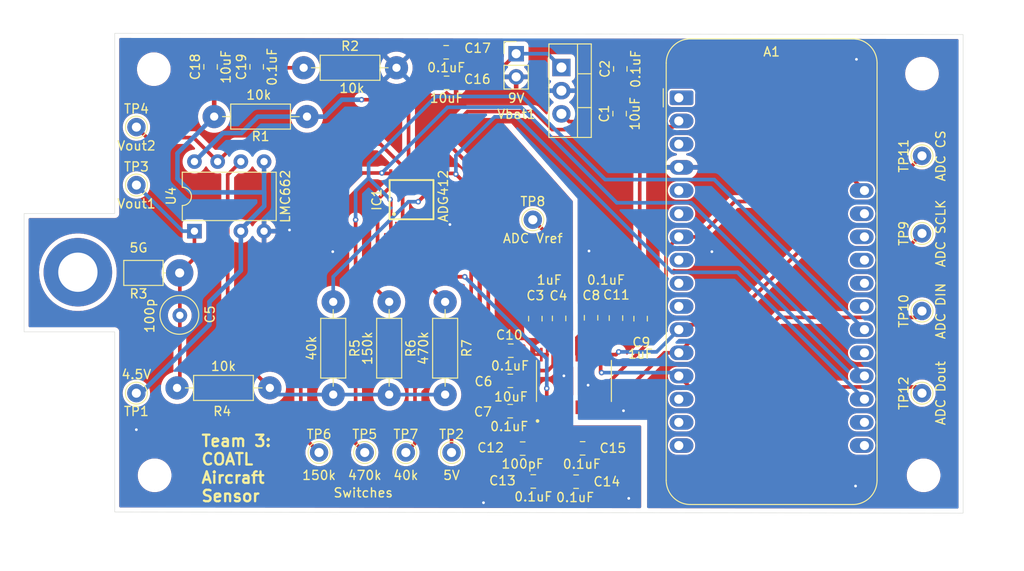
<source format=kicad_pcb>
(kicad_pcb (version 20240108) (generator "pcbnew") (generator_version "8.0")
  (title_block (title "Team 3 - COATL Aircraft PCB") (date "2025-03-05") (rev "C") (company "Annika Boyd, Eisa Alsharifi, Felix Moss, Nathan Truong"))
  (layers (0 "F.Cu" signal) (31 "B.Cu" signal) (34 "B.Paste" user) (35 "F.Paste" user) (36 "B.SilkS" user "B.Silkscreen") (37 "F.SilkS" user "F.Silkscreen") (38 "B.Mask" user) (39 "F.Mask" user) (44 "Edge.Cuts" user))
  (net 0 "")
  (net 1 "GND")
  (net 2 "Net-(U5-REFCAP)")
  (net 3 "Net-(U4-OUTA)")
  (net 4 "/4.5V")
  (net 5 "Net-(U4-NEGB)")
  (net 10 "/3.3V")
  (net 11 "Net-(A1-A7{slash}IO32)")
  (net 12 "Net-(A1-I34{slash}A2)")
  (net 13 "Net-(A1-SCK{slash}IO5)")
  (net 14 "Net-(A1-A9{slash}IO33)")
  (net 15 "Net-(A1-MOSI{slash}IO18)")
  (net 16 "Net-(A1-A6{slash}IO14)")
  (net 17 "/5V")
  (net 18 "Net-(A1-MISO{slash}IO19)")
  (net 19 "Net-(U5-REF)")
  (net 20 "/9V")
  (net 39 "Net-(IC1-Pad10)")
  (net 41 "Net-(IC1-Pad2)")
  (net 42 "Net-(U4-OUTB)")
  (net 43 "Net-(IC1-Pad15)")
  (net 45 "Net-(U5-CH1)")
  (net 46 "Net-(U5-CH2)")
  (net 47 "Net-(U5-CH3)")
  (footprint "Capacitor_SMD:C_0805_2012Metric_Pad1.18x1.45mm_HandSolder" (layer "F.Cu") (at 113.9625 65)
    (property "Reference" "C16")
    (property "Value" "10uF")
  )
  (footprint "TestPoint:TestPoint_THTPad_D2.0mm_Drill1.0mm" (layer "F.Cu") (at 105 105.5)
    (property "Reference" "TP5")
    (property "Value" "470k")
  )
  (footprint "TestPoint:TestPoint_THTPad_D2.0mm_Drill1.0mm" (layer "F.Cu") (at 166 90 90)
    (property "Reference" "TP10")
    (property "Value" "ADC DIN")
  )
  (footprint "Capacitor_SMD:C_0805_2012Metric_Pad1.18x1.45mm_HandSolder" (layer "F.Cu") (at 135.2 90.835 -90)
    (property "Reference" "C9")
    (property "Value" "1uF")
  )
  (footprint "Package_TO_SOT_THT:TO-220-3_Vertical" (layer "F.Cu") (at 126.53 63.32 -90)
    (property "Reference" "U1" (hide yes))
    (property "Value" "LM7805_TO220")
  )
  (footprint "Package_DIP:DIP-8_W7.62mm" (layer "F.Cu") (at 86.36 81.25 90)
    (property "Reference" "U4")
    (property "Value" "LMC662")
  )
  (footprint "MountingHole:MountingHole_3.2mm_M3" (layer "F.Cu") (at 166.175 108)
    (property "Reference" "REF**" (hide yes))
    (property "Value" "MountingHole_3.2mm_M3" (hide yes))
  )
  (footprint "MountingHole:MountingHole_3.2mm_M3" (layer "F.Cu") (at 82 108)
    (property "Reference" "REF**" (hide yes))
    (property "Value" "MountingHole_3.2mm_M3" (hide yes))
  )
  (footprint "Capacitor_SMD:C_0805_2012Metric_Pad1.18x1.45mm_HandSolder" (layer "F.Cu") (at 129.775 90.7375 -90)
    (property "Reference" "C8")
    (property "Value" "0.1uF" (hide yes))
  )
  (footprint "Capacitor_SMD:C_0805_2012Metric_Pad1.18x1.45mm_HandSolder" (layer "F.Cu") (at 120.9375 97.6475)
    (property "Reference" "C6")
    (property "Value" "10uF")
  )
  (footprint "Capacitor_SMD:C_0805_2012Metric_Pad1.18x1.45mm_HandSolder" (layer "F.Cu") (at 132.5 90.7725 -90)
    (property "Reference" "C11")
    (property "Value" "0.1uF")
  )
  (footprint "Module:Adafruit_Feather" (layer "F.Cu") (at 139.38 66.64)
    (property "Reference" "A1")
    (property "Value" "Adafruit_Feather_HUZZAH32_ESP32")
  )
  (footprint "MAX1032BEUGT:SOP65P640X110-24N" (layer "F.Cu") (at 127.9 97.6625 90)
    (property "Reference" "U5" (hide yes))
    (property "Value" "MAX1032BEUG_" (hide yes))
  )
  (footprint "Capacitor_SMD:C_0805_2012Metric_Pad1.18x1.45mm_HandSolder" (layer "F.Cu") (at 113.9125 61.65)
    (property "Reference" "C17")
    (property "Value" "0.1uF")
  )
  (footprint "XIAO_:R_Axial_DIN0207_L6.3mm_D2.5mm_P10.16mm_Horizontal_2.54_pad" (layer "F.Cu") (at 98.315 63.35)
    (property "Reference" "R2")
    (property "Value" "10k")
  )
  (footprint "MountingHole:MountingHole_3.2mm_M3" (layer "F.Cu") (at 166 64)
    (property "Reference" "REF**" (hide yes))
    (property "Value" "MountingHole_3.2mm_M3" (hide yes))
  )
  (footprint "TestPoint:TestPoint_THTPad_D2.0mm_Drill1.0mm" (layer "F.Cu") (at 100 105.5)
    (property "Reference" "TP6")
    (property "Value" "150k")
  )
  (footprint "TestPoint:TestPoint_THTPad_D2.0mm_Drill1.0mm" (layer "F.Cu") (at 109.5 105.5)
    (property "Reference" "TP7")
    (property "Value" "40k")
  )
  (footprint "Capacitor_SMD:C_0805_2012Metric_Pad1.18x1.45mm_HandSolder" (layer "F.Cu") (at 132.975 63.475 90)
    (property "Reference" "C2")
    (property "Value" "0.1uF")
  )
  (footprint "Capacitor_SMD:C_0805_2012Metric_Pad1.18x1.45mm_HandSolder" (layer "F.Cu") (at 123.45 108.6725)
    (property "Reference" "C13")
    (property "Value" "0.1uF")
  )
  (footprint "XIAO_:R_Axial_DIN0207_L6.3mm_D2.5mm_P10.16mm_Horizontal_2.54_pad" (layer "F.Cu") (at 113.8 88.995 -90)
    (property "Reference" "R7")
    (property "Value" "470k")
  )
  (footprint "Capacitor_SMD:C_0805_2012Metric_Pad1.18x1.45mm_HandSolder" (layer "F.Cu") (at 132.9 68.375 90)
    (property "Reference" "C1")
    (property "Value" "10uF")
  )
  (footprint "TestPoint:TestPoint_THTPad_D2.0mm_Drill1.0mm" (layer "F.Cu") (at 80.01 76.2)
    (property "Reference" "TP3")
    (property "Value" "Vout1")
  )
  (footprint "Capacitor_SMD:C_0805_2012Metric_Pad1.18x1.45mm_HandSolder" (layer "F.Cu") (at 122.2875 105.0725)
    (property "Reference" "C12")
    (property "Value" "100pF")
  )
  (footprint "Capacitor_SMD:C_0805_2012Metric_Pad1.18x1.45mm_HandSolder" (layer "F.Cu") (at 120.9875 94.3475 180)
    (property "Reference" "C10")
    (property "Value" "0.1uF")
  )
  (footprint "XIAO_:R_Axial_DIN0207_L6.3mm_D2.5mm_P10.16mm_Horizontal_2.54_pad" (layer "F.Cu") (at 94.615 98.425 180)
    (property "Reference" "R4")
    (property "Value" "10k")
  )
  (footprint "Capacitor_SMD:C_0805_2012Metric_Pad1.18x1.45mm_HandSolder" (layer "F.Cu") (at 128.1375 108.6975 180)
    (property "Reference" "C14")
    (property "Value" "0.1uF")
  )
  (footprint "Capacitor_SMD:C_0805_2012Metric_Pad1.18x1.45mm_HandSolder" (layer "F.Cu") (at 128.85 105.0475 180)
    (property "Reference" "C15")
    (property "Value" "0.1uF")
  )
  (footprint "Capacitor_SMD:C_0805_2012Metric_Pad1.18x1.45mm_HandSolder" (layer "F.Cu") (at 93.175 63.25 90)
    (property "Reference" "C19")
    (property "Value" "0.1uF")
  )
  (footprint "TestPoint:TestPoint_THTPad_D2.0mm_Drill1.0mm" (layer "F.Cu") (at 123.4 80)
    (property "Reference" "TP8")
    (property "Value" "ADC Vref")
  )
  (footprint "TestPoint:TestPoint_THTPad_D2.0mm_Drill1.0mm" (layer "F.Cu") (at 80.01 69.85)
    (property "Reference" "TP4")
    (property "Value" "Vout2")
  )
  (footprint "Capacitor_SMD:C_0805_2012Metric_Pad1.18x1.45mm_HandSolder" (layer "F.Cu") (at 120.925 100.9725 180)
    (property "Reference" "C7")
    (property "Value" "0.1uF")
  )
  (footprint "MountingHole:MountingHole_3.2mm_M3" (layer "F.Cu") (at 81.915 63.5)
    (property "Reference" "REF**" (hide yes))
    (property "Value" "MountingHole_3.2mm_M3" (hide yes))
  )
  (footprint "Capacitor_SMD:C_0805_2012Metric_Pad1.18x1.45mm_HandSolder" (layer "F.Cu") (at 123.675 90.835 -90)
    (property "Reference" "C3")
    (property "Value" "1uF" (hide yes))
  )
  (footprint "ADG412:TSSOP16" (layer "F.Cu") (at 110.125 77.8 90)
    (property "Reference" "IC1")
    (property "Value" "ADG412")
  )
  (footprint "Capacitor_SMD:C_0805_2012Metric_Pad1.18x1.45mm_HandSolder" (layer "F.Cu") (at 88.125 63.25 90)
    (property "Reference" "C18")
    (property "Value" "10uF")
  )
  (footprint "TestPoint:TestPoint_THTPad_D2.0mm_Drill1.0mm" (layer "F.Cu") (at 166 73 90)
    (property "Reference" "TP11")
    (property "Value" "ADC CS")
  )
  (footprint "XIAO_:R_Axial_DIN0207_L6.3mm_D2.5mm_P10.16mm_Horizontal_2.54_pad" (layer "F.Cu") (at 98.68 68.7 180)
    (property "Reference" "R1")
    (property "Value" "10k")
  )
  (footprint "Capacitor_SMD:C_0805_2012Metric_Pad1.18x1.45mm_HandSolder" (layer "F.Cu") (at 126.275 90.81 90)
    (property "Reference" "C4")
    (property "Value" "1uF")
  )
  (footprint "MountingHole:MountingHole_4.3mm_M4_DIN965_Pad" (layer "F.Cu") (at 73.6 85.75)
    (property "Reference" "REF**" (hide yes))
    (property "Value" "MountingHole_4.3mm_M4_DIN965_Pad" (hide yes))
  )
  (footprint "TestPoint:TestPoint_THTPad_D2.0mm_Drill1.0mm" (layer "F.Cu") (at 166 81.5 90)
    (property "Reference" "TP9")
    (property "Value" "ADC SCLK")
  )
  (footprint "XIAO_:R_Axial_DIN0207_L6.3mm_D2.5mm_P10.16mm_Horizontal_2.54_pad" (layer "F.Cu") (at 101.55 88.995 -90)
    (property "Reference" "R5")
    (property "Value" "40k")
  )
  (footprint "XIAO_:R_Axial_DIN0207_L6.3mm_D2.5mm_P10.16mm_Horizontal_2.54_pad" (layer "F.Cu") (at 107.675 88.995 -90)
    (property "Reference" "R6")
    (property "Value" "150k")
  )
  (footprint "XIAO_:R_Vishay_TR10X5G00JNES" (layer "F.Cu") (at 84.739487 85.825 180)
    (property "Reference" "R3")
    (property "Value" "5G")
  )
  (footprint "TestPoint:TestPoint_THTPad_D2.0mm_Drill1.0mm" (layer "F.Cu") (at 114.5 105.5)
    (property "Reference" "TP2")
    (property "Value" "5V")
  )
  (footprint "Connector_PinHeader_2.54mm:PinHeader_1x02_P2.54mm_Vertical" (layer "F.Cu") (at 121.575 61.81)
    (property "Reference" "Vbat1")
    (property "Value" "9V")
  )
  (footprint "TestPoint:TestPoint_THTPad_D2.0mm_Drill1.0mm" (layer "F.Cu") (at 166 99 90)
    (property "Reference" "TP12")
    (property "Value" "ADC Dout")
  )
  (footprint "Capacitor_THT:C_Radial_D10.0mm_H12.5mm_P5.00mm" (layer "F.Cu") (at 84.760513 90.475 -90)
    (property "Reference" "C5")
    (property "Value" "100p")
  )
  (footprint "TestPoint:TestPoint_THTPad_D2.0mm_Drill1.0mm" (layer "F.Cu") (at 80 99 180)
    (property "Reference" "TP1")
    (property "Value" "4.5V")
  )
  (gr_poly (pts (xy 170.5 112.145) (xy 77.63 112.02) (xy 77.63 92.28) (xy 67.71 92.28) (xy 67.71 79.32) (xy 77.63 79.32) (xy 77.63 59.58) (xy 170.5 59.705)) (stroke (width 0.05)) (fill none) (layer "Edge.Cuts"))
  (gr_text "Switches" (at 101.5 110.5 0) (layer "F.SilkS") (effects (font (size 1 1)) (justify left bottom)))
  (gr_text "Team 3:\nCOATL\nAircraft\nSensor" (at 87 111 0) (layer "F.SilkS") (effects (font (size 1.25 1.25) (thickness 0.25) (bold yes)) (justify left bottom)))
  (segment (start 110.525 79.825) (end 112.325 79.825) (width 0.4) (layer "F.Cu") (net 1))
  (segment (start 129.525 98.05) (end 129.525 94.7775) (width 0.4) (layer "F.Cu") (net 1))
  (segment (start 110.45 80.675) (end 110.45 79.9) (width 0.4) (layer "F.Cu") (net 1))
  (segment (start 110.45 79.9) (end 110.525 79.825) (width 0.4) (layer "F.Cu") (net 1))
  (segment (start 112.4 79.9) (end 112.4 80.675) (width 0.4) (layer "F.Cu") (net 1))
  (segment (start 131.8525 100.925) (end 131.475 100.5475) (width 0.4) (layer "F.Cu") (net 1))
  (segment (start 124.325 94.7775) (end 122.55 93.0025) (width 0.4) (layer "F.Cu") (net 1))
  (segment (start 126.275 96.575) (end 126.8 97.1) (width 0.4) (layer "F.Cu") (net 1))
  (segment (start 112.325 79.825) (end 112.4 79.9) (width 0.4) (layer "F.Cu") (net 1))
  (segment (start 114.175 80.675) (end 114.325 80.525) (width 0.4) (layer "F.Cu") (net 1))
  (segment (start 133.325 100.925) (end 131.8525 100.925) (width 0.4) (layer "F.Cu") (net 1))
  (segment (start 124.975 94.7775) (end 124.325 94.7775) (width 0.4) (layer "F.Cu") (net 1))
  (segment (start 112.4 80.675) (end 114.175 80.675) (width 0.4) (layer "F.Cu") (net 1))
  (segment (start 129.525 94.7775) (end 130.175 94.7775) (width 0.4) (layer "F.Cu") (net 1))
  (segment (start 122.55 93.0025) (end 121.295 93.0025) (width 0.4) (layer "F.Cu") (net 1))
  (segment (start 121.295 93.0025) (end 119.95 94.3475) (width 0.4) (layer "F.Cu") (net 1))
  (segment (start 109.8 80.675) (end 110.45 80.675) (width 0.4) (layer "F.Cu") (net 1))
  (segment (start 126.275 94.7775) (end 126.275 96.575) (width 0.4) (layer "F.Cu") (net 1))
  (segment (start 129.45 98.125) (end 129.525 98.05) (width 0.4) (layer "F.Cu") (net 1))
  (via (at 80 103) (size 0.6) (drill 0.3) (layers "F.Cu" "B.Cu") (net 1))
  (via (at 158.825 62.425) (size 0.6) (drill 0.3) (layers "F.Cu" "B.Cu") (net 1))
  (via (at 158.725 109.175) (size 0.6) (drill 0.3) (layers "F.Cu" "B.Cu") (net 1))
  (via (at 126.8 97.1) (size 0.6) (drill 0.3) (layers "F.Cu" "B.Cu") (net 1))
  (via (at 143 83.5) (size 0.6) (drill 0.3) (layers "F.Cu" "B.Cu") (net 1))
  (via (at 133.9 110.525) (size 0.6) (drill 0.3) (layers "F.Cu" "B.Cu") (net 1))
  (via (at 101.5 83.5) (size 0.6) (drill 0.3) (layers "F.Cu" "B.Cu") (net 1))
  (via (at 96.765 81.125) (size 0.6) (drill 0.3) (layers "F.Cu" "B.Cu") (net 1))
  (via (at 133.325 100.925) (size 0.6) (drill 0.3) (layers "F.Cu" "B.Cu") (net 1))
  (via (at 114.325 80.525) (size 0.6) (drill 0.3) (layers "F.Cu" "B.Cu") (net 1))
  (via (at 118 111) (size 0.6) (drill 0.3) (layers "F.Cu" "B.Cu") (net 1))
  (via (at 129.45 98.125) (size 0.6) (drill 0.3) (layers "F.Cu" "B.Cu") (net 1))
  (via (at 129.55 83.425) (size 0.6) (drill 0.3) (layers "F.Cu" "B.Cu") (net 1))
  (segment (start 125 90.5725) (end 126.275 91.8475) (width 0.4) (layer "F.Cu") (net 2))
  (segment (start 123.4 80) (end 125 81.6) (width 0.4) (layer "F.Cu") (net 2))
  (segment (start 125 81.6) (end 125 90.5725) (width 0.4) (layer "F.Cu") (net 2))
  (segment (start 127.575 93.1475) (end 127.575 94.7775) (width 0.4) (layer "F.Cu") (net 2))
  (segment (start 126.275 91.8475) (end 127.575 93.1475) (width 0.4) (layer "F.Cu") (net 2))
  (segment (start 86.36 81.25) (end 86.36 84.204487) (width 0.4) (layer "F.Cu") (net 3))
  (segment (start 86.36 84.204487) (end 84.739487 85.825) (width 0.4) (layer "F.Cu") (net 3))
  (segment (start 84.760513 90.475) (end 84.760513 98.119487) (width 0.4) (layer "F.Cu") (net 3))
  (segment (start 84.760513 98.119487) (end 84.455 98.425) (width 0.4) (layer "F.Cu") (net 3))
  (segment (start 84.760513 90.475) (end 84.760513 85.846026) (width 0.4) (layer "F.Cu") (net 3))
  (segment (start 84.41 85.495513) (end 84.739487 85.825) (width 0.4) (layer "F.Cu") (net 3))
  (segment (start 84.760513 85.846026) (end 84.739487 85.825) (width 0.4) (layer "F.Cu") (net 3))
  (segment (start 85.06 81.25) (end 86.36 81.25) (width 0.4) (layer "B.Cu") (net 3))
  (segment (start 80.01 76.2) (end 85.06 81.25) (width 0.4) (layer "B.Cu") (net 3))
  (segment (start 94.1125 63.35) (end 93.175 64.2875) (width 0.4) (layer "F.Cu") (net 4))
  (segment (start 88.54 68.68) (end 88.52 68.7) (width 0.5) (layer "F.Cu") (net 4))
  (segment (start 88.52 68.7) (end 88.52 64.6825) (width 0.5) (layer "F.Cu") (net 4))
  (segment (start 98.315 63.35) (end 94.1125 63.35) (width 0.4) (layer "F.Cu") (net 4))
  (segment (start 93.175 64.2875) (end 88.125 64.2875) (width 0.4) (layer "F.Cu") (net 4))
  (segment (start 88.52 64.6825) (end 88.125 64.2875) (width 0.5) (layer "F.Cu") (net 4))
  (segment (start 88.52 68.7) (end 84.5 72.72) (width 0.5) (layer "B.Cu") (net 4))
  (segment (start 91.44 81.25) (end 91.44 85.56328) (width 0.5) (layer "B.Cu") (net 4))
  (segment (start 93.98 76.98) (end 94 77) (width 0.5) (layer "B.Cu") (net 4))
  (segment (start 94 78.5) (end 91.44 81.06) (width 0.5) (layer "B.Cu") (net 4))
  (segment (start 84.5 75.5) (end 86 77) (width 0.5) (layer "B.Cu") (net 4))
  (segment (start 91.44 81.06) (end 91.44 81.25) (width 0.5) (layer "B.Cu") (net 4))
  (segment (start 93.96 77) (end 93.98 76.98) (width 0.5) (layer "B.Cu") (net 4))
  (segment (start 86 77) (end 93.96 77) (width 0.5) (layer "B.Cu") (net 4))
  (segment (start 94 77) (end 94 78.5) (width 0.5) (layer "B.Cu") (net 4))
  (segment (start 84.5 72.72) (end 84.5 75.5) (width 0.5) (layer "B.Cu") (net 4))
  (segment (start 88 91.5) (end 80.5 99) (width 0.5) (layer "B.Cu") (net 4))
  (segment (start 93.98 73.63) (end 93.98 76.98) (width 0.5) (layer "B.Cu") (net 4))
  (segment (start 88 89.00328) (end 88 91.5) (width 0.5) (layer "B.Cu") (net 4))
  (segment (start 80.5 99) (end 80 99) (width 0.5) (layer "B.Cu") (net 4))
  (segment (start 91.44 85.56328) (end 88 89.00328) (width 0.5) (layer "B.Cu") (net 4))
  (segment (start 91.44 73.63) (end 90 75.07) (width 0.4) (layer "F.Cu") (net 5))
  (segment (start 101.23 99.05) (end 101.25 99.03) (width 0.4) (layer "F.Cu") (net 5))
  (segment (start 90 75.07) (end 90 93.81) (width 0.4) (layer "F.Cu") (net 5))
  (segment (start 90 93.81) (end 94.615 98.425) (width 0.4) (layer "F.Cu") (net 5))
  (segment (start 95.345 99.155) (end 94.615 98.425) (width 0.4) (layer "F.Cu") (net 5))
  (segment (start 101.55 99.155) (end 95.345 99.155) (width 0.4) (layer "B.Cu") (net 5))
  (segment (start 101.55 99.155) (end 107.675 99.155) (width 0.4) (layer "B.Cu") (net 5))
  (segment (start 107.675 99.155) (end 113.8 99.155) (width 0.4) (layer "B.Cu") (net 5))
  (segment (start 128.875 93.707742) (end 129.710242 92.8725) (width 0.4) (layer "F.Cu") (net 10))
  (segment (start 137.9 69.825) (end 135.115 72.61) (width 0.4) (layer "F.Cu") (net 10))
  (segment (start 128.225 93.21) (end 128.225 92.935) (width 0.4) (layer "F.Cu") (net 10))
  (segment (start 135.1 89.6975) (end 135.2 89.7975) (width 0.4) (layer "F.Cu") (net 10))
  (segment (start 133.1875 91.81) (end 135.2 89.7975) (width 0.4) (layer "F.Cu") (net 10))
  (segment (start 131.4375 92.8725) (end 132.5 91.81) (width 0.4) (layer "F.Cu") (net 10))
  (segment (start 135.115 72.61) (end 135.115 75.81) (width 0.4) (layer "F.Cu") (net 10))
  (segment (start 128.225 92.935) (end 129.35 91.81) (width 0.4) (layer "F.Cu") (net 10))
  (segment (start 139.38 69.18) (end 138.735 69.825) (width 0.4) (layer "F.Cu") (net 10))
  (segment (start 139.38 69.18) (end 138.52 69.18) (width 0.4) (layer "F.Cu") (net 10))
  (segment (start 128.875 94.7775) (end 128.875 93.707742) (width 0.4) (layer "F.Cu") (net 10))
  (segment (start 132.35 91.835) (end 131.8875 91.835) (width 0.4) (layer "F.Cu") (net 10))
  (segment (start 138.735 69.825) (end 137.9 69.825) (width 0.4) (layer "F.Cu") (net 10))
  (segment (start 135.1 75.9825) (end 135.1 89.6975) (width 0.4) (layer "F.Cu") (net 10))
  (segment (start 132.1 91.81) (end 133.1875 91.81) (width 0.4) (layer "F.Cu") (net 10))
  (segment (start 132.1 91.81) (end 129.35 91.81) (width 0.4) (layer "F.Cu") (net 10))
  (segment (start 129.710242 92.8725) (end 131.4375 92.8725) (width 0.4) (layer "F.Cu") (net 10))
  (segment (start 128.225 94.7775) (end 128.225 93.21) (width 0.4) (layer "F.Cu") (net 10))
  (segment (start 104.725 74.875) (end 106.875 74.875) (width 0.4) (layer "F.Cu") (net 11))
  (segment (start 98 81.6) (end 104.725 74.875) (width 0.4) (layer "F.Cu") (net 11))
  (segment (start 100 105.5) (end 98 103.5) (width 0.4) (layer "F.Cu") (net 11))
  (segment (start 107.85 74.925) (end 106.925 74.925) (width 0.4) (layer "F.Cu") (net 11))
  (segment (start 98 103.5) (end 98 81.6) (width 0.4) (layer "F.Cu") (net 11))
  (segment (start 106.925 74.925) (end 106.875 74.875) (width 0.4) (layer "F.Cu") (net 11))
  (via (at 106.875 74.875) (size 0.6) (drill 0.3) (layers "F.Cu" "B.Cu") (net 11))
  (segment (start 132.588528 78.14) (end 140.72 78.14) (width 0.4) (layer "B.Cu") (net 11))
  (segment (start 122.123528 67.675) (end 132.588528 78.14) (width 0.4) (layer "B.Cu") (net 11))
  (segment (start 114.075 67.675) (end 122.123528 67.675) (width 0.4) (layer "B.Cu") (net 11))
  (segment (start 140.72 78.14) (end 159.7 97.12) (width 0.4) (layer "B.Cu") (net 11))
  (segment (start 106.875 74.875) (end 114.075 67.675) (width 0.4) (layer "B.Cu") (net 11))
  (segment (start 137.98 91.545) (end 137.98 83.28) (width 0.4) (layer "F.Cu") (net 12))
  (segment (start 130.175 100.5475) (end 130.175 99.35) (width 0.4) (layer "F.Cu") (net 12))
  (segment (start 166 73) (end 161 78) (width 0.4) (layer "F.Cu") (net 12))
  (segment (start 130.175 99.35) (end 137.98 91.545) (width 0.4) (layer "F.Cu") (net 12))
  (segment (start 161 78) (end 145.5 78) (width 0.4) (layer "F.Cu") (net 12))
  (segment (start 137.98 83.28) (end 139.38 81.88) (width 0.4) (layer "F.Cu") (net 12))
  (segment (start 145.5 78) (end 141.62 81.88) (width 0.4) (layer "F.Cu") (net 12))
  (segment (start 141.62 81.88) (end 139.38 81.88) (width 0.4) (layer "F.Cu") (net 12))
  (segment (start 131.475 94.7775) (end 132.4975 94.7775) (width 0.4) (layer "F.Cu") (net 13))
  (segment (start 132.4975 94.7775) (end 132.8 94.475) (width 0.4) (layer "F.Cu") (net 13))
  (segment (start 166 81.5) (end 164.42 83.08) (width 0.4) (layer "F.Cu") (net 13))
  (segment (start 144.5 91.5) (end 139.92 91.5) (width 0.4) (layer "F.Cu") (net 13))
  (segment (start 164.42 83.08) (end 152.92 83.08) (width 0.4) (layer "F.Cu") (net 13))
  (segment (start 152.92 83.08) (end 144.5 91.5) (width 0.4) (layer "F.Cu") (net 13))
  (segment (start 139.92 91.5) (end 139.38 92.04) (width 0.4) (layer "F.Cu") (net 13))
  (via (at 132.8 94.475) (size 0.6) (drill 0.3) (layers "F.Cu" "B.Cu") (net 13))
  (segment (start 132.8 94.475) (end 136.945 94.475) (width 0.4) (layer "B.Cu") (net 13))
  (segment (start 136.945 94.475) (end 139.38 92.04) (width 0.4) (layer "B.Cu") (net 13))
  (segment (start 104 104.5) (end 105 105.5) (width 0.4) (layer "F.Cu") (net 14))
  (segment (start 104 80) (end 104 104.5) (width 0.4) (layer "F.Cu") (net 14))
  (segment (start 107.775 77.775) (end 107.85 77.85) (width 0.4) (layer "F.Cu") (net 14))
  (segment (start 107.85 77.85) (end 107.85 80.675) (width 0.4) (layer "F.Cu") (net 14))
  (via (at 107.775 77.775) (size 0.6) (drill 0.3) (layers "F.Cu" "B.Cu") (net 14))
  (via (at 104 80) (size 0.6) (drill 0.3) (layers "F.Cu" "B.Cu") (net 14))
  (segment (start 104 76.85) (end 105.425 75.425) (width 0.4) (layer "B.Cu") (net 14))
  (segment (start 107.775 77.775) (end 105.425 75.425) (width 0.4) (layer "B.Cu") (net 14))
  (segment (start 104 80) (end 104 76.85) (width 0.4) (layer "B.Cu") (net 14))
  (segment (start 131.325 75.6) (end 143.26 75.6) (width 0.4) (layer "B.Cu") (net 14))
  (segment (start 105.425 75.425) (end 105.425 73.875) (width 0.4) (layer "B.Cu") (net 14))
  (segment (start 112.8 66.5) (end 122.225 66.5) (width 0.4) (layer "B.Cu") (net 14))
  (segment (start 105.425 73.875) (end 112.8 66.5) (width 0.4) (layer "B.Cu") (net 14))
  (segment (start 122.225 66.5) (end 131.325 75.6) (width 0.4) (layer "B.Cu") (net 14))
  (segment (start 143.26 75.6) (end 159.7 92.04) (width 0.4) (layer "B.Cu") (net 14))
  (segment (start 147.5 93.5) (end 140.46 93.5) (width 0.4) (layer "F.Cu") (net 15))
  (segment (start 130.825 100.5475) (end 130.825 99.752742) (width 0.4) (layer "F.Cu") (net 15))
  (segment (start 166 90) (end 165.3 90.7) (width 0.4) (layer "F.Cu") (net 15))
  (segment (start 150.3 90.7) (end 147.5 93.5) (width 0.4) (layer "F.Cu") (net 15))
  (segment (start 132.9775 99.3975) (end 137.795 94.58) (width 0.4) (layer "F.Cu") (net 15))
  (segment (start 140.46 93.5) (end 139.38 94.58) (width 0.4) (layer "F.Cu") (net 15))
  (segment (start 165.3 90.7) (end 150.3 90.7) (width 0.4) (layer "F.Cu") (net 15))
  (segment (start 137.795 94.58) (end 139.38 94.58) (width 0.4) (layer "F.Cu") (net 15))
  (segment (start 131.180242 99.3975) (end 132.9775 99.3975) (width 0.4) (layer "F.Cu") (net 15))
  (segment (start 130.825 99.752742) (end 131.180242 99.3975) (width 0.4) (layer "F.Cu") (net 15))
  (segment (start 109.5 105.5) (end 110.5 104.5) (width 0.4) (layer "F.Cu") (net 16))
  (segment (start 110.5 98.5) (end 116.65 92.35) (width 0.4) (layer "F.Cu") (net 16))
  (segment (start 116.65 92.35) (end 116.65 76.675) (width 0.4) (layer "F.Cu") (net 16))
  (segment (start 110.5 104.5) (end 110.5 98.5) (width 0.4) (layer "F.Cu") (net 16))
  (segment (start 116.65 76.675) (end 114.975 75) (width 0.4) (layer "F.Cu") (net 16))
  (segment (start 114.9 74.925) (end 114.975 75) (width 0.4) (layer "F.Cu") (net 16))
  (segment (start 112.4 74.925) (end 114.9 74.925) (width 0.4) (layer "F.Cu") (net 16))
  (via (at 114.975 75) (size 0.6) (drill 0.3) (layers "F.Cu" "B.Cu") (net 16))
  (segment (start 138.658972 85.783972) (end 138.682944 85.76) (width 0.4) (layer "B.Cu") (net 16))
  (segment (start 114.975 75) (end 114.975 72.975) (width 0.4) (layer "B.Cu") (net 16))
  (segment (start 114.975 72.975) (end 119.225 68.725) (width 0.4) (layer "B.Cu") (net 16))
  (segment (start 138.682944 85.76) (end 145.8 85.76) (width 0.4) (layer "B.Cu") (net 16))
  (segment (start 145.8 85.76) (end 159.7 99.66) (width 0.4) (layer "B.Cu") (net 16))
  (segment (start 121.6 68.725) (end 138.658972 85.783972) (width 0.4) (layer "B.Cu") (net 16))
  (segment (start 119.225 68.725) (end 121.6 68.725) (width 0.4) (layer "B.Cu") (net 16))
  (segment (start 126.53 68.4) (end 127.38 69.25) (width 0.4) (layer "F.Cu") (net 17))
  (segment (start 110.45 73.95) (end 110.7 73.7) (width 0.4) (layer "F.Cu") (net 17))
  (segment (start 125.05 96.5225) (end 125.625 95.9475) (width 0.4) (layer "F.Cu") (net 17))
  (segment (start 110.45 74.925) (end 110.45 73.95) (width 0.4) (layer "F.Cu") (net 17))
  (segment (start 132.975 64.5125) (end 131.4875 64.5125) (width 0.4) (layer "F.Cu") (net 17))
  (segment (start 132.9175 64.81) (end 132.9175 64.57) (width 0.4) (layer "F.Cu") (net 17))
  (segment (start 127.38 69.25) (end 128.8 69.25) (width 0.4) (layer "F.Cu") (net 17))
  (segment (start 132.9175 64.57) (end 132.975 64.5125) (width 0.4) (layer "F.Cu") (net 17))
  (segment (start 118.525 96.2725) (end 118.525 76.075) (width 0.4) (layer "F.Cu") (net 17))
  (segment (start 136.8725 65.44) (end 132.9 69.4125) (width 0.4) (layer "F.Cu") (net 17))
  (segment (start 121.9625 100.9725) (end 123.9 100.9725) (width 0.4) (layer "F.Cu") (net 17))
  (segment (start 136.8725 65.44) (end 148.34 65.44) (width 0.4) (layer "F.Cu") (net 17))
  (segment (start 114.5 103.0475) (end 119.9 97.6475) (width 0.4) (layer "F.Cu") (net 17))
  (segment (start 122.025 94.3475) (end 124.2 96.5225) (width 0.4) (layer "F.Cu") (net 17))
  (segment (start 123.55 68.15) (end 116.25 68.15) (width 0.4) (layer "F.Cu") (net 17))
  (segment (start 125.9225 68.4) (end 126.53 68.4) (width 0.4) (layer "F.Cu") (net 17))
  (segment (start 128.8 69.25) (end 127.925 70.125) (width 0.4) (layer "F.Cu") (net 17))
  (segment (start 124.2 96.5225) (end 125.05 96.5225) (width 0.4) (layer "F.Cu") (net 17))
  (segment (start 127.925 70.125) (end 125.525 70.125) (width 0.4) (layer "F.Cu") (net 17))
  (segment (start 113.425 70.975) (end 110.7 73.7) (width 0.4) (layer "F.Cu") (net 17))
  (segment (start 119.9 97.6475) (end 119.9 96.4725) (width 0.4) (layer "F.Cu") (net 17))
  (segment (start 123.9 100.9725) (end 124.325 100.5475) (width 0.4) (layer "F.Cu") (net 17))
  (segment (start 132.9 69.4125) (end 128.9625 69.4125) (width 0.4) (layer "F.Cu") (net 17))
  (segment (start 119.9 98.91) (end 121.9625 100.9725) (width 0.4) (layer "F.Cu") (net 17))
  (segment (start 128.8 67.2) (end 128.8 69.25) (width 0.4) (layer "F.Cu") (net 17))
  (segment (start 119.9 97.6475) (end 118.525 96.2725) (width 0.4) (layer "F.Cu") (net 17))
  (segment (start 119.9 97.6475) (end 119.9 98.91) (width 0.4) (layer "F.Cu") (net 17))
  (segment (start 114.5 105.5) (end 114.5 103.0475) (width 0.4) (layer "F.Cu") (net 17))
  (segment (start 148.34 65.44) (end 159.7 76.8) (width 0.4) (layer "F.Cu") (net 17))
  (segment (start 118.525 76.075) (end 113.425 70.975) (width 0.4) (layer "F.Cu") (net 17))
  (segment (start 125.525 70.125) (end 123.55 68.15) (width 0.4) (layer "F.Cu") (net 17))
  (segment (start 119.9 96.4725) (end 122.025 94.3475) (width 0.4) (layer "F.Cu") (net 17))
  (segment (start 125.625 95.9475) (end 125.625 94.7775) (width 0.4) (layer "F.Cu") (net 17))
  (segment (start 116.25 68.15) (end 113.425 70.975) (width 0.4) (layer "F.Cu") (net 17))
  (segment (start 128.9625 69.4125) (end 128.8 69.25) (width 0.4) (layer "F.Cu") (net 17))
  (segment (start 131.4875 64.5125) (end 128.8 67.2) (width 0.4) (layer "F.Cu") (net 17))
  (segment (start 165.32 98.32) (end 140.58 98.32) (width 0.4) (layer "F.Cu") (net 18))
  (segment (start 130.825 94.7775) (end 130.825 96.65) (width 0.4) (layer "F.Cu") (net 18))
  (segment (start 130.825 96.65) (end 130.925 96.75) (width 0.4) (layer "F.Cu") (net 18))
  (segment (start 166 99) (end 165.32 98.32) (width 0.4) (layer "F.Cu") (net 18))
  (segment (start 140.58 98.32) (end 139.38 97.12) (width 0.4) (layer "F.Cu") (net 18))
  (via (at 130.925 96.75) (size 0.6) (drill 0.3) (layers "F.Cu" "B.Cu") (net 18))
  (segment (start 139.01 96.75) (end 139.38 97.12) (width 0.4) (layer "B.Cu") (net 18))
  (segment (start 130.925 96.75) (end 139.01 96.75) (width 0.4) (layer "B.Cu") (net 18))
  (segment (start 126.925 93.982742) (end 126.925 94.7775) (width 0.4) (layer "F.Cu") (net 19))
  (segment (start 125.43 93.6275) (end 126.569758 93.6275) (width 0.4) (layer "F.Cu") (net 19))
  (segment (start 126.569758 93.6275) (end 126.925 93.982742) (width 0.4) (layer "F.Cu") (net 19))
  (segment (start 123.675 91.8725) (end 125.43 93.6275) (width 0.4) (layer "F.Cu") (net 19))
  (segment (start 109.8 74.925) (end 109.8 67.975) (width 0.4) (layer "F.Cu") (net 20))
  (segment (start 114.225 63) (end 114 62.775) (width 0.4) (layer "F.Cu") (net 20))
  (segment (start 110.525 65) (end 108.675 66.85) (width 0.4) (layer "F.Cu") (net 20))
  (segment (start 121.575 61.81) (end 120.385 63) (width 0.4) (layer "F.Cu") (net 20))
  (segment (start 113.0375 64.65) (end 112.6875 65) (width 0.4) (layer "F.Cu") (net 20))
  (segment (start 114 62.775) (end 112.875 61.65) (width 0.4) (layer "F.Cu") (net 20))
  (segment (start 112.6875 65) (end 110.525 65) (width 0.4) (layer "F.Cu") (net 20))
  (segment (start 108.675 66.85) (end 104.65 66.85) (width 0.4) (layer "F.Cu") (net 20))
  (segment (start 109.8 67.975) (end 108.675 66.85) (width 0.4) (layer "F.Cu") (net 20))
  (segment (start 114 63.925) (end 114 62.775) (width 0.4) (layer "F.Cu") (net 20))
  (segment (start 120.385 63) (end 114.225 63) (width 0.4) (layer "F.Cu") (net 20))
  (segment (start 112.925 65) (end 114 63.925) (width 0.4) (layer "F.Cu") (net 20))
  (via (at 104.65 66.85) (size 0.6) (drill 0.3) (layers "F.Cu" "B.Cu") (net 20))
  (segment (start 89.49 70.5) (end 86.36 73.63) (width 0.5) (layer "B.Cu") (net 20))
  (segment (start 125.02 61.81) (end 126.53 63.32) (width 0.4) (layer "B.Cu") (net 20))
  (segment (start 93.3 68.7) (end 91.5 70.5) (width 0.5) (layer "B.Cu") (net 20))
  (segment (start 98.68 68.7) (end 93.3 68.7) (width 0.5) (layer "B.Cu") (net 20))
  (segment (start 91.5 70.5) (end 89.49 70.5) (width 0.5) (layer "B.Cu") (net 20))
  (segment (start 104.65 66.85) (end 102.5 66.85) (width 0.5) (layer "B.Cu") (net 20))
  (segment (start 100.65 68.7) (end 98.68 68.7) (width 0.5) (layer "B.Cu") (net 20))
  (segment (start 121.575 61.81) (end 125.02 61.81) (width 0.4) (layer "B.Cu") (net 20))
  (segment (start 102.5 66.85) (end 100.65 68.7) (width 0.5) (layer "B.Cu") (net 20))
  (segment (start 111.75 77.125) (end 111.75 74.925) (width 0.4) (layer "F.Cu") (net 39))
  (segment (start 110.85 78.025) (end 111.75 77.125) (width 0.4) (layer "F.Cu") (net 39))
  (via (at 110.85 78.025) (size 0.6) (drill 0.3) (layers "F.Cu" "B.Cu") (net 39))
  (segment (start 101.55 88.995) (end 101.55 86.25) (width 0.4) (layer "B.Cu") (net 39))
  (segment (start 101.55 86.25) (end 109.775 78.025) (width 0.4) (layer "B.Cu") (net 39))
  (segment (start 109.775 78.025) (end 110.85 78.025) (width 0.4) (layer "B.Cu") (net 39))
  (segment (start 108.5 80.675) (end 108.5 83.695) (width 0.4) (layer "F.Cu") (net 41))
  (segment (start 108.5 83.695) (end 113.8 88.995) (width 0.4) (layer "F.Cu") (net 41))
  (segment (start 109.15 74.15) (end 109.15 74.925) (width 0.4) (layer "F.Cu") (net 42))
  (segment (start 111.1 75.475) (end 109.15 77.425) (width 0.4) (layer "F.Cu") (net 42))
  (segment (start 90.83 71.7) (end 92.8 71.7) (width 0.4) (layer "F.Cu") (net 42))
  (segment (start 81.16 71) (end 80.01 69.85) (width 0.4) (layer "F.Cu") (net 42))
  (segment (start 88.9 73.63) (end 90.83 71.7) (width 0.4) (layer "F.Cu") (net 42))
  (segment (start 124.925 98.475) (end 124.925 100.4975) (width 0.4) (layer "F.Cu") (net 42))
  (segment (start 88.9 73.63) (end 86.27 71) (width 0.4) (layer "F.Cu") (net 42))
  (segment (start 109.15 82.35) (end 109.15 80.675) (width 0.4) (layer "F.Cu") (net 42))
  (segment (start 109.15 77.425) (end 109.15 80.675) (width 0.4) (layer "F.Cu") (net 42))
  (segment (start 106.7 71.7) (end 109.15 74.15) (width 0.4) (layer "F.Cu") (net 42))
  (segment (start 109.15 74.925) (end 109.15 77.425) (width 0.4) (layer "F.Cu") (net 42))
  (segment (start 124.925 100.4975) (end 124.975 100.5475) (width 0.4) (layer "F.Cu") (net 42))
  (segment (start 86.27 71) (end 81.16 71) (width 0.4) (layer "F.Cu") (net 42))
  (segment (start 124.975 103.4225) (end 124.975 100.5475) (width 0.4) (layer "F.Cu") (net 42))
  (segment (start 123.325 105.0725) (end 124.975 103.4225) (width 0.4) (layer "F.Cu") (net 42))
  (segment (start 115.95 86.25) (end 113.05 86.25) (width 0.4) (layer "F.Cu") (net 42))
  (segment (start 92.8 71.7) (end 106.7 71.7) (width 0.4) (layer "F.Cu") (net 42))
  (segment (start 113.05 86.25) (end 109.15 82.35) (width 0.4) (layer "F.Cu") (net 42))
  (segment (start 111.1 74.925) (end 111.1 75.475) (width 0.4) (layer "F.Cu") (net 42))
  (via (at 124.925 98.475) (size 0.6) (drill 0.3) (layers "F.Cu" "B.Cu") (net 42))
  (via (at 115.95 86.25) (size 0.6) (drill 0.3) (layers "F.Cu" "B.Cu") (net 42))
  (segment (start 124.925 95.225) (end 124.925 98.475) (width 0.4) (layer "B.Cu") (net 42))
  (segment (start 115.95 86.25) (end 124.925 95.225) (width 0.4) (layer "B.Cu") (net 42))
  (segment (start 106.405 77.795) (end 108.5 75.7) (width 0.4) (layer "F.Cu") (net 43))
  (segment (start 106.405 87.725) (end 106.405 77.795) (width 0.4) (layer "F.Cu") (net 43))
  (segment (start 108.5 74.925) (end 108.5 75.7) (width 0.4) (layer "F.Cu") (net 43))
  (segment (start 107.675 88.995) (end 106.405 87.725) (width 0.4) (layer "F.Cu") (net 43))
  (segment (start 125.625 107.535) (end 125.625 100.5475) (width 0.4) (layer "F.Cu") (net 45))
  (segment (start 124.4875 108.6725) (end 125.625 107.535) (width 0.4) (layer "F.Cu") (net 45))
  (segment (start 126.275 107.8725) (end 126.275 100.5475) (width 0.4) (layer "F.Cu") (net 46))
  (segment (start 127.1 108.6975) (end 126.275 107.8725) (width 0.4) (layer "F.Cu") (net 46))
  (segment (start 127.8125 105.0475) (end 126.925 104.16) (width 0.4) (layer "F.Cu") (net 47))
  (segment (start 126.925 104.16) (end 126.925 100.5475) (width 0.4) (layer "F.Cu") (net 47))
  (zone (net 1) (net_name "GND") (layer "F.Cu") (connect_pads (clearance 0.5)) (min_thickness 0.25) (fill yes (thermal_gap 0.5) (thermal_bridge_width 0.5))
    (polygon (pts (xy 65.161488 55.950208) (xy 65.211488 118.375208) (xy 135.261488 118.275208) (xy 135.261488 102.525208) (xy 127.836488 102.525208) (xy 127.775 77.95) (xy 120.211488 69.450208) (xy 121.05 69.45) (xy 128.311488 77.675208) (xy 128.336488 101.900208) (xy 135.936488 101.900208) (xy 135.911488 118.275208) (xy 177.036488 118.375208) (xy 177.086488 56.700208) (xy 65.086488 55.925208)))
  )
  (zone (net 1) (net_name "GND") (layer "B.Cu") (connect_pads (clearance 0.5)) (min_thickness 0.25) (fill yes (thermal_gap 0.5) (thermal_bridge_width 0.5))
    (polygon (pts (xy 65.15 55.975) (xy 65.2 118.4) (xy 135.25 118.3) (xy 135.25 102.55) (xy 127.825 102.55) (xy 127.775 77.975) (xy 120.25 69.525) (xy 121.125 69.525) (xy 128.3 77.7) (xy 128.325 101.925) (xy 135.925 101.925) (xy 135.9 118.3) (xy 177.125 118.475) (xy 177.175 56.8) (xy 65.075 55.95)))
  )
)
</source>
